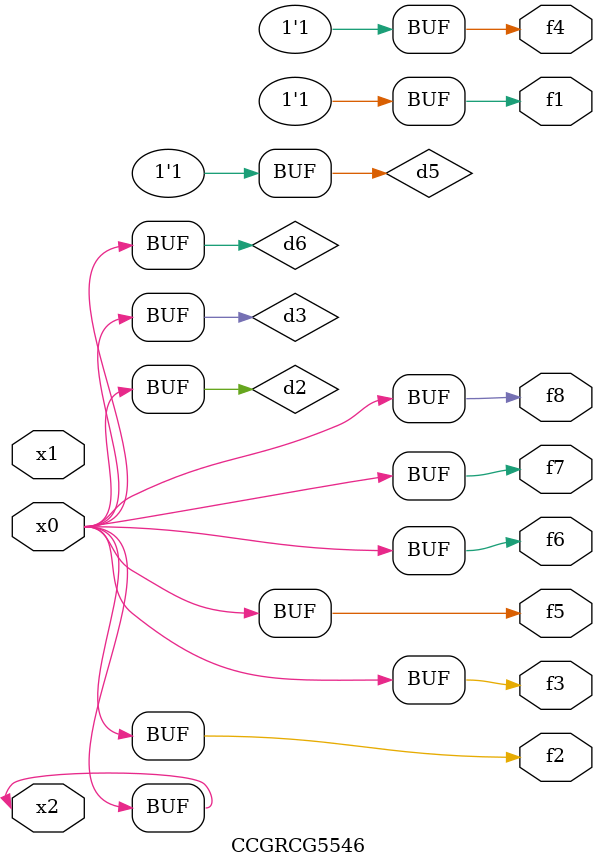
<source format=v>
module CCGRCG5546(
	input x0, x1, x2,
	output f1, f2, f3, f4, f5, f6, f7, f8
);

	wire d1, d2, d3, d4, d5, d6;

	xnor (d1, x2);
	buf (d2, x0, x2);
	and (d3, x0);
	xnor (d4, x1, x2);
	nand (d5, d1, d3);
	buf (d6, d2, d3);
	assign f1 = d5;
	assign f2 = d6;
	assign f3 = d6;
	assign f4 = d5;
	assign f5 = d6;
	assign f6 = d6;
	assign f7 = d6;
	assign f8 = d6;
endmodule

</source>
